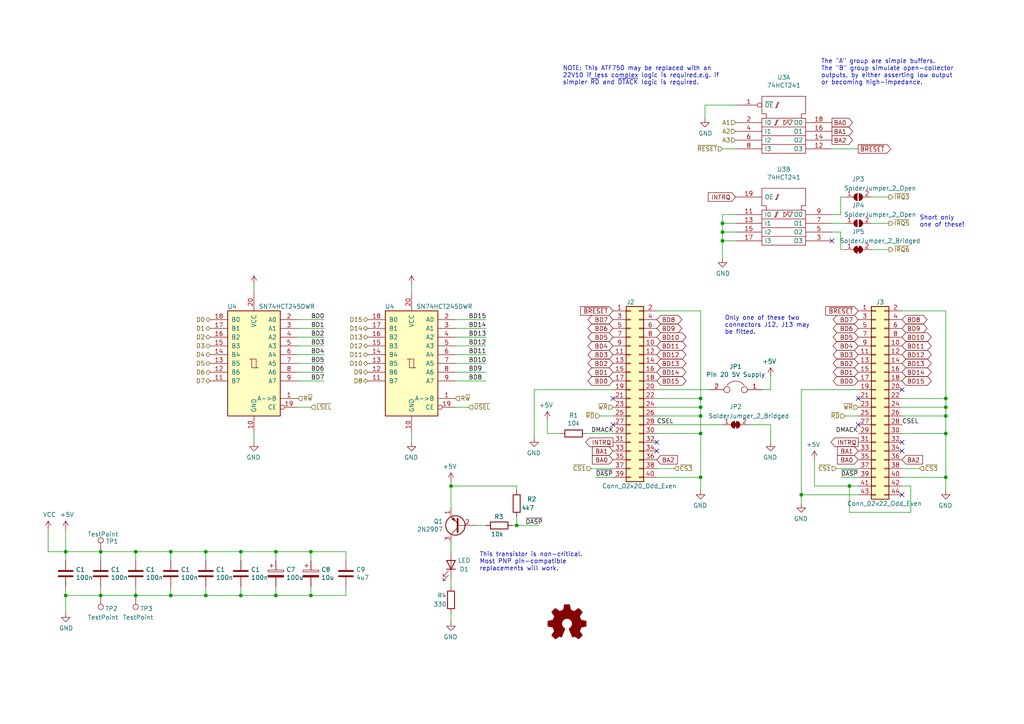
<source format=kicad_sch>
(kicad_sch (version 20230121) (generator eeschema)
  (paper "A4")
  (title_block (title "rosco_m68k Super Board") (date "2024-02-11") (rev "0") (company "The Really Old-School Company Limited & XarkLabs") (comment 1 "Copyright (c)2023") (comment 2 "CERN OHL & MIT License") (comment 3 "Featuring Xosera & MarkM's IDE"))
  (lib_symbols
    (symbol "74xx:74HC245" (pin_names (offset 1.016))
      (property "Reference" "U" (at -7.62 16.51 0))
      (property "Value" "74HC245" (at -7.62 -16.51 0))
      (symbol "74HC245_1_0"
        (pin input line (at -12.7 -10.16 0) (length 5.08) (name "A->B") (number "1"))
        (pin power_in line (at 0 -20.32 90) (length 5.08) (name "GND") (number "10"))
        (pin tri_state line (at 12.7 -5.08 180) (length 5.08) (name "B7") (number "11"))
        (pin tri_state line (at 12.7 -2.54 180) (length 5.08) (name "B6") (number "12"))
        (pin tri_state line (at 12.7 0 180) (length 5.08) (name "B5") (number "13"))
        (pin tri_state line (at 12.7 2.54 180) (length 5.08) (name "B4") (number "14"))
        (pin tri_state line (at 12.7 5.08 180) (length 5.08) (name "B3") (number "15"))
        (pin tri_state line (at 12.7 7.62 180) (length 5.08) (name "B2") (number "16"))
        (pin tri_state line (at 12.7 10.16 180) (length 5.08) (name "B1") (number "17"))
        (pin tri_state line (at 12.7 12.7 180) (length 5.08) (name "B0") (number "18"))
        (pin input inverted (at -12.7 -12.7 0) (length 5.08) (name "CE") (number "19"))
        (pin tri_state line (at -12.7 12.7 0) (length 5.08) (name "A0") (number "2"))
        (pin power_in line (at 0 20.32 270) (length 5.08) (name "VCC") (number "20"))
        (pin tri_state line (at -12.7 10.16 0) (length 5.08) (name "A1") (number "3"))
        (pin tri_state line (at -12.7 7.62 0) (length 5.08) (name "A2") (number "4"))
        (pin tri_state line (at -12.7 5.08 0) (length 5.08) (name "A3") (number "5"))
        (pin tri_state line (at -12.7 2.54 0) (length 5.08) (name "A4") (number "6"))
        (pin tri_state line (at -12.7 0 0) (length 5.08) (name "A5") (number "7"))
        (pin tri_state line (at -12.7 -2.54 0) (length 5.08) (name "A6") (number "8"))
        (pin tri_state line (at -12.7 -5.08 0) (length 5.08) (name "A7") (number "9"))
      )
    )
    (symbol "Connector:TestPoint" (pin_numbers hide) (pin_names (offset 0.762) hide)
      (property "Reference" "TP" (at 0 6.858 0))
      (property "Value" "TestPoint" (at 0 5.08 0))
      (symbol "TestPoint_1_1"
        (pin passive line (at 0 0 90) (length 2.54) (name "1") (number "1"))
      )
    )
    (symbol "Connector_Generic:Conn_02x20_Odd_Even" (pin_names (offset 1.016) hide)
      (property "Reference" "J" (at 1.27 25.4 0))
      (property "Value" "Conn_02x20_Odd_Even" (at 1.27 -27.94 0))
      (symbol "Conn_02x20_Odd_Even_1_1"
        (pin passive line (at -5.08 22.86 0) (length 3.81) (name "Pin_1") (number "1"))
        (pin passive line (at 7.62 12.7 180) (length 3.81) (name "Pin_10") (number "10"))
        (pin passive line (at -5.08 10.16 0) (length 3.81) (name "Pin_11") (number "11"))
        (pin passive line (at 7.62 10.16 180) (length 3.81) (name "Pin_12") (number "12"))
        (pin passive line (at -5.08 7.62 0) (length 3.81) (name "Pin_13") (number "13"))
        (pin passive line (at 7.62 7.62 180) (length 3.81) (name "Pin_14") (number "14"))
        (pin passive line (at -5.08 5.08 0) (length 3.81) (name "Pin_15") (number "15"))
        (pin passive line (at 7.62 5.08 180) (length 3.81) (name "Pin_16") (number "16"))
        (pin passive line (at -5.08 2.54 0) (length 3.81) (name "Pin_17") (number "17"))
        (pin passive line (at 7.62 2.54 180) (length 3.81) (name "Pin_18") (number "18"))
        (pin passive line (at -5.08 0 0) (length 3.81) (name "Pin_19") (number "19"))
        (pin passive line (at 7.62 22.86 180) (length 3.81) (name "Pin_2") (number "2"))
        (pin passive line (at 7.62 0 180) (length 3.81) (name "Pin_20") (number "20"))
        (pin passive line (at -5.08 -2.54 0) (length 3.81) (name "Pin_21") (number "21"))
        (pin passive line (at 7.62 -2.54 180) (length 3.81) (name "Pin_22") (number "22"))
        (pin passive line (at -5.08 -5.08 0) (length 3.81) (name "Pin_23") (number "23"))
        (pin passive line (at 7.62 -5.08 180) (length 3.81) (name "Pin_24") (number "24"))
        (pin passive line (at -5.08 -7.62 0) (length 3.81) (name "Pin_25") (number "25"))
        (pin passive line (at 7.62 -7.62 180) (length 3.81) (name "Pin_26") (number "26"))
        (pin passive line (at -5.08 -10.16 0) (length 3.81) (name "Pin_27") (number "27"))
        (pin passive line (at 7.62 -10.16 180) (length 3.81) (name "Pin_28") (number "28"))
        (pin passive line (at -5.08 -12.7 0) (length 3.81) (name "Pin_29") (number "29"))
        (pin passive line (at -5.08 20.32 0) (length 3.81) (name "Pin_3") (number "3"))
        (pin passive line (at 7.62 -12.7 180) (length 3.81) (name "Pin_30") (number "30"))
        (pin passive line (at -5.08 -15.24 0) (length 3.81) (name "Pin_31") (number "31"))
        (pin passive line (at 7.62 -15.24 180) (length 3.81) (name "Pin_32") (number "32"))
        (pin passive line (at -5.08 -17.78 0) (length 3.81) (name "Pin_33") (number "33"))
        (pin passive line (at 7.62 -17.78 180) (length 3.81) (name "Pin_34") (number "34"))
        (pin passive line (at -5.08 -20.32 0) (length 3.81) (name "Pin_35") (number "35"))
        (pin passive line (at 7.62 -20.32 180) (length 3.81) (name "Pin_36") (number "36"))
        (pin passive line (at -5.08 -22.86 0) (length 3.81) (name "Pin_37") (number "37"))
        (pin passive line (at 7.62 -22.86 180) (length 3.81) (name "Pin_38") (number "38"))
        (pin passive line (at -5.08 -25.4 0) (length 3.81) (name "Pin_39") (number "39"))
        (pin passive line (at 7.62 20.32 180) (length 3.81) (name "Pin_4") (number "4"))
        (pin passive line (at 7.62 -25.4 180) (length 3.81) (name "Pin_40") (number "40"))
        (pin passive line (at -5.08 17.78 0) (length 3.81) (name "Pin_5") (number "5"))
        (pin passive line (at 7.62 17.78 180) (length 3.81) (name "Pin_6") (number "6"))
        (pin passive line (at -5.08 15.24 0) (length 3.81) (name "Pin_7") (number "7"))
        (pin passive line (at 7.62 15.24 180) (length 3.81) (name "Pin_8") (number "8"))
        (pin passive line (at -5.08 12.7 0) (length 3.81) (name "Pin_9") (number "9"))
      )
    )
    (symbol "Connector_Generic:Conn_02x22_Odd_Even" (pin_names (offset 1.016) hide)
      (property "Reference" "J" (at 1.27 27.94 0))
      (property "Value" "Conn_02x22_Odd_Even" (at 1.27 -30.48 0))
      (symbol "Conn_02x22_Odd_Even_1_1"
        (pin passive line (at -5.08 25.4 0) (length 3.81) (name "Pin_1") (number "1"))
        (pin passive line (at 7.62 15.24 180) (length 3.81) (name "Pin_10") (number "10"))
        (pin passive line (at -5.08 12.7 0) (length 3.81) (name "Pin_11") (number "11"))
        (pin passive line (at 7.62 12.7 180) (length 3.81) (name "Pin_12") (number "12"))
        (pin passive line (at -5.08 10.16 0) (length 3.81) (name "Pin_13") (number "13"))
        (pin passive line (at 7.62 10.16 180) (length 3.81) (name "Pin_14") (number "14"))
        (pin passive line (at -5.08 7.62 0) (length 3.81) (name "Pin_15") (number "15"))
        (pin passive line (at 7.62 7.62 180) (length 3.81) (name "Pin_16") (number "16"))
        (pin passive line (at -5.08 5.08 0) (length 3.81) (name "Pin_17") (number "17"))
        (pin passive line (at 7.62 5.08 180) (length 3.81) (name "Pin_18") (number "18"))
        (pin passive line (at -5.08 2.54 0) (length 3.81) (name "Pin_19") (number "19"))
        (pin passive line (at 7.62 25.4 180) (length 3.81) (name "Pin_2") (number "2"))
        (pin passive line (at 7.62 2.54 180) (length 3.81) (name "Pin_20") (number "20"))
        (pin passive line (at -5.08 0 0) (length 3.81) (name "Pin_21") (number "21"))
        (pin passive line (at 7.62 0 180) (length 3.81) (name "Pin_22") (number "22"))
        (pin passive line (at -5.08 -2.54 0) (length 3.81) (name "Pin_23") (number "23"))
        (pin passive line (at 7.62 -2.54 180) (length 3.81) (name "Pin_24") (number "24"))
        (pin passive line (at -5.08 -5.08 0) (length 3.81) (name "Pin_25") (number "25"))
        (pin passive line (at 7.62 -5.08 180) (length 3.81) (name "Pin_26") (number "26"))
        (pin passive line (at -5.08 -7.62 0) (length 3.81) (name "Pin_27") (number "27"))
        (pin passive line (at 7.62 -7.62 180) (length 3.81) (name "Pin_28") (number "28"))
        (pin passive line (at -5.08 -10.16 0) (length 3.81) (name "Pin_29") (number "29"))
        (pin passive line (at -5.08 22.86 0) (length 3.81) (name "Pin_3") (number "3"))
        (pin passive line (at 7.62 -10.16 180) (length 3.81) (name "Pin_30") (number "30"))
        (pin passive line (at -5.08 -12.7 0) (length 3.81) (name "Pin_31") (number "31"))
        (pin passive line (at 7.62 -12.7 180) (length 3.81) (name "Pin_32") (number "32"))
        (pin passive line (at -5.08 -15.24 0) (length 3.81) (name "Pin_33") (number "33"))
        (pin passive line (at 7.62 -15.24 180) (length 3.81) (name "Pin_34") (number "34"))
        (pin passive line (at -5.08 -17.78 0) (length 3.81) (name "Pin_35") (number "35"))
        (pin passive line (at 7.62 -17.78 180) (length 3.81) (name "Pin_36") (number "36"))
        (pin passive line (at -5.08 -20.32 0) (length 3.81) (name "Pin_37") (number "37"))
        (pin passive line (at 7.62 -20.32 180) (length 3.81) (name "Pin_38") (number "38"))
        (pin passive line (at -5.08 -22.86 0) (length 3.81) (name "Pin_39") (number "39"))
        (pin passive line (at 7.62 22.86 180) (length 3.81) (name "Pin_4") (number "4"))
        (pin passive line (at 7.62 -22.86 180) (length 3.81) (name "Pin_40") (number "40"))
        (pin passive line (at -5.08 -25.4 0) (length 3.81) (name "Pin_41") (number "41"))
        (pin passive line (at 7.62 -25.4 180) (length 3.81) (name "Pin_42") (number "42"))
        (pin passive line (at -5.08 -27.94 0) (length 3.81) (name "Pin_43") (number "43"))
        (pin passive line (at 7.62 -27.94 180) (length 3.81) (name "Pin_44") (number "44"))
        (pin passive line (at -5.08 20.32 0) (length 3.81) (name "Pin_5") (number "5"))
        (pin passive line (at 7.62 20.32 180) (length 3.81) (name "Pin_6") (number "6"))
        (pin passive line (at -5.08 17.78 0) (length 3.81) (name "Pin_7") (number "7"))
        (pin passive line (at 7.62 17.78 180) (length 3.81) (name "Pin_8") (number "8"))
        (pin passive line (at -5.08 15.24 0) (length 3.81) (name "Pin_9") (number "9"))
      )
    )
    (symbol "Device:C" (pin_numbers hide) (pin_names (offset 0.254))
      (property "Reference" "C" (at 0.635 2.54 0))
      (property "Value" "C" (at 0.635 -2.54 0))
      (symbol "C_1_1"
        (pin passive line (at 0 3.81 270) (length 2.794) (name "~") (number "1"))
        (pin passive line (at 0 -3.81 90) (length 2.794) (name "~") (number "2"))
      )
    )
    (symbol "Device:C_Polarized" (pin_numbers hide) (pin_names (offset 0.254))
      (property "Reference" "C" (at 0.635 2.54 0))
      (property "Value" "C_Polarized" (at 0.635 -2.54 0))
      (symbol "C_Polarized_1_1"
        (pin passive line (at 0 3.81 270) (length 2.794) (name "~") (number "1"))
        (pin passive line (at 0 -3.81 90) (length 2.794) (name "~") (number "2"))
      )
    )
    (symbol "Device:LED" (pin_numbers hide) (pin_names (offset 1.016) hide)
      (property "Reference" "D" (at 0 2.54 0))
      (property "Value" "LED" (at 0 -2.54 0))
      (symbol "LED_1_1"
        (pin passive line (at -3.81 0 0) (length 2.54) (name "K") (number "1"))
        (pin passive line (at 3.81 0 180) (length 2.54) (name "A") (number "2"))
      )
    )
    (symbol "Device:Q_PNP_EBC" (pin_names (offset 0) hide)
      (property "Reference" "Q" (at 5.08 1.27 0))
      (property "Value" "Q_PNP_EBC" (at 5.08 -1.27 0))
      (symbol "Q_PNP_EBC_1_1"
        (pin passive line (at 2.54 -5.08 90) (length 2.54) (name "E") (number "1"))
        (pin input line (at -5.08 0 0) (length 5.715) (name "B") (number "2"))
        (pin passive line (at 2.54 5.08 270) (length 2.54) (name "C") (number "3"))
      )
    )
    (symbol "Device:R" (pin_numbers hide) (pin_names (offset 0))
      (property "Reference" "R" (at 2.032 0 90))
      (property "Value" "R" (at 0 0 90))
      (symbol "R_1_1"
        (pin passive line (at 0 3.81 270) (length 1.27) (name "~") (number "1"))
        (pin passive line (at 0 -3.81 90) (length 1.27) (name "~") (number "2"))
      )
    )
    (symbol "Graphic:Logo_Open_Hardware_Small" (in_bom no) (on_board no))
    (symbol "Jumper:SolderJumper_2_Bridged" (pin_names (offset 0) hide)
      (property "Reference" "JP" (at 0 2.032 0))
      (property "Value" "SolderJumper_2_Bridged" (at 0 -2.54 0))
      (symbol "SolderJumper_2_Bridged_1_1"
        (pin passive line (at -3.81 0 0) (length 2.54) (name "A") (number "1"))
        (pin passive line (at 3.81 0 180) (length 2.54) (name "B") (number "2"))
      )
    )
    (symbol "Jumper:SolderJumper_2_Open" (pin_names (offset 0) hide)
      (property "Reference" "JP" (at 0 2.032 0))
      (property "Value" "SolderJumper_2_Open" (at 0 -2.54 0))
      (symbol "SolderJumper_2_Open_1_1"
        (pin passive line (at -3.81 0 0) (length 2.54) (name "A") (number "1"))
        (pin passive line (at 3.81 0 180) (length 2.54) (name "B") (number "2"))
      )
    )
    (symbol "ata-ide-rescue:74LS241-74xx_IEEE" (pin_names (offset 0.762))
      (property "Reference" "U" (at 8.89 10.16 0))
      (property "Value" "74LS241-74xx_IEEE" (at 6.35 -7.62 0))
      (symbol "74LS241-74xx_IEEE_0_0"
        (pin power_in line (at 1.27 10.16 270) (length 0) hide (name "GND") (number "10"))
        (pin power_in line (at 5.08 10.16 270) (length 0) hide (name "VCC") (number "20"))
      )
      (symbol "74LS241-74xx_IEEE_1_1"
        (pin input inverted (at -13.97 7.62 0) (length 7.62) (name "~{OE}") (number "1"))
        (pin tri_state line (at 13.97 -5.08 180) (length 7.62) (name "O3") (number "12"))
        (pin tri_state line (at 13.97 -2.54 180) (length 7.62) (name "O2") (number "14"))
        (pin tri_state line (at 13.97 0 180) (length 7.62) (name "O1") (number "16"))
        (pin tri_state line (at 13.97 2.54 180) (length 7.62) (name "O0") (number "18"))
        (pin input line (at -13.97 2.54 0) (length 7.62) (name "I0") (number "2"))
        (pin input line (at -13.97 0 0) (length 7.62) (name "I1") (number "4"))
        (pin input line (at -13.97 -2.54 0) (length 7.62) (name "I2") (number "6"))
        (pin input line (at -13.97 -5.08 0) (length 7.62) (name "I3") (number "8"))
      )
      (symbol "74LS241-74xx_IEEE_2_1"
        (pin input line (at -13.97 2.54 0) (length 7.62) (name "I0") (number "11"))
        (pin input line (at -13.97 0 0) (length 7.62) (name "I1") (number "13"))
        (pin input line (at -13.97 -2.54 0) (length 7.62) (name "I2") (number "15"))
        (pin input line (at -13.97 -5.08 0) (length 7.62) (name "I3") (number "17"))
        (pin input line (at -13.97 7.62 0) (length 7.62) (name "OE") (number "19"))
        (pin tri_state line (at 13.97 -5.08 180) (length 7.62) (name "O3") (number "3"))
        (pin tri_state line (at 13.97 -2.54 180) (length 7.62) (name "O2") (number "5"))
        (pin tri_state line (at 13.97 0 180) (length 7.62) (name "O1") (number "7"))
        (pin tri_state line (at 13.97 2.54 180) (length 7.62) (name "O0") (number "9"))
      )
    )
    (symbol "ata-ide-rescue:Jumper-Device" (pin_names (offset 0.762) hide)
      (property "Reference" "JP" (at 0 3.81 0))
      (property "Value" "Device_Jumper" (at 0 -2.032 0))
      (symbol "Jumper-Device_0_1"
        (pin passive line (at -7.62 0 0) (length 4.191) (name "1") (number "1"))
        (pin passive line (at 7.62 0 180) (length 4.191) (name "2") (number "2"))
      )
    )
    (symbol "power:+5V" (power) (pin_names (offset 0))
      (property "Value" "+5V" (at 0 3.556 0))
      (symbol "+5V_1_1"
        (pin power_in line (at 0 0 90) (length 0) hide (name "+5V") (number "1"))
      )
    )
    (symbol "power:GND" (power) (pin_names (offset 0))
      (property "Value" "GND" (at 0 -3.81 0))
      (symbol "GND_1_1"
        (pin power_in line (at 0 0 270) (length 0) hide (name "GND") (number "1"))
      )
    )
    (symbol "power:VCC" (power) (pin_names (offset 0))
      (property "Value" "VCC" (at 0 3.81 0))
      (symbol "VCC_1_1"
        (pin power_in line (at 0 0 90) (length 0) hide (name "VCC") (number "1"))
      )
    )
  )
  (junction (at 59.69 160.02))
  (junction (at 90.17 160.02))
  (junction (at 203.2 120.65))
  (junction (at 274.32 115.57))
  (junction (at 209.55 67.31))
  (junction (at 29.21 172.72))
  (junction (at 203.2 118.11))
  (junction (at 59.69 172.72))
  (junction (at 49.53 160.02))
  (junction (at 29.21 160.02))
  (junction (at 49.53 172.72))
  (junction (at 19.05 160.02))
  (junction (at 39.37 172.72))
  (junction (at 209.55 69.85))
  (junction (at 130.81 140.97))
  (junction (at 39.37 160.02))
  (junction (at 209.55 64.77))
  (junction (at 203.2 115.57))
  (junction (at 203.2 125.73))
  (junction (at 149.86 152.4))
  (junction (at 69.85 172.72))
  (junction (at 69.85 160.02))
  (junction (at 246.38 140.97))
  (junction (at 274.32 138.43))
  (junction (at 80.01 172.72))
  (junction (at 80.01 160.02))
  (junction (at 90.17 172.72))
  (junction (at 274.32 125.73))
  (junction (at 19.05 172.72))
  (junction (at 274.32 120.65))
  (junction (at 232.41 143.51))
  (junction (at 274.32 118.11))
  (junction (at 203.2 138.43))
  (no_connect (at 261.62 130.81))
  (no_connect (at 190.5 130.81))
  (no_connect (at 248.92 115.57))
  (no_connect (at 248.92 123.19))
  (no_connect (at 261.62 143.51))
  (no_connect (at 261.62 113.03))
  (no_connect (at 190.5 128.27))
  (no_connect (at 177.8 123.19))
  (no_connect (at 261.62 128.27))
  (no_connect (at 177.8 115.57))
  (no_connect (at 241.3 69.85))
  (wire (pts (xy 252.73 64.77) (xy 257.81 64.77)))
  (wire (pts (xy 261.62 135.89) (xy 266.7 135.89)))
  (wire (pts (xy 190.5 118.11) (xy 203.2 118.11)))
  (wire (pts (xy 261.62 125.73) (xy 274.32 125.73)))
  (wire (pts (xy 241.3 64.77) (xy 245.11 64.77)))
  (wire (pts (xy 49.53 172.72) (xy 49.53 170.18)))
  (wire (pts (xy 245.11 120.65) (xy 248.92 120.65)))
  (wire (pts (xy 69.85 160.02) (xy 80.01 160.02)))
  (wire (pts (xy 132.08 118.11) (xy 135.89 118.11)))
  (wire (pts (xy 119.38 125.73) (xy 119.38 128.27)))
  (wire (pts (xy 241.3 67.31) (xy 243.84 67.31)))
  (wire (pts (xy 59.69 172.72) (xy 59.69 170.18)))
  (wire (pts (xy 274.32 120.65) (xy 274.32 125.73)))
  (wire (pts (xy 149.86 149.86) (xy 149.86 152.4)))
  (wire (pts (xy 223.52 109.22) (xy 223.52 113.03)))
  (wire (pts (xy 132.08 92.71) (xy 140.97 92.71)))
  (wire (pts (xy 203.2 138.43) (xy 203.2 142.24)))
  (wire (pts (xy 39.37 160.02) (xy 49.53 160.02)))
  (wire (pts (xy 86.36 100.33) (xy 93.98 100.33)))
  (wire (pts (xy 243.84 57.15) (xy 245.11 57.15)))
  (wire (pts (xy 190.5 120.65) (xy 203.2 120.65)))
  (wire (pts (xy 232.41 143.51) (xy 232.41 146.05)))
  (wire (pts (xy 130.81 139.7) (xy 130.81 140.97)))
  (wire (pts (xy 213.36 69.85) (xy 209.55 69.85)))
  (wire (pts (xy 209.55 69.85) (xy 209.55 74.93)))
  (wire (pts (xy 162.56 125.73) (xy 158.75 125.73)))
  (wire (pts (xy 236.22 140.97) (xy 246.38 140.97)))
  (wire (pts (xy 132.08 110.49) (xy 140.97 110.49)))
  (wire (pts (xy 19.05 172.72) (xy 29.21 172.72)))
  (wire (pts (xy 241.3 43.18) (xy 248.92 43.18)))
  (wire (pts (xy 100.33 170.18) (xy 100.33 172.72)))
  (wire (pts (xy 274.32 138.43) (xy 274.32 125.73)))
  (wire (pts (xy 246.38 140.97) (xy 248.92 140.97)))
  (wire (pts (xy 132.08 95.25) (xy 140.97 95.25)))
  (wire (pts (xy 19.05 153.67) (xy 19.05 160.02)))
  (wire (pts (xy 242.57 135.89) (xy 248.92 135.89)))
  (wire (pts (xy 86.36 118.11) (xy 90.17 118.11)))
  (wire (pts (xy 274.32 120.65) (xy 274.32 118.11)))
  (wire (pts (xy 248.92 113.03) (xy 232.41 113.03)))
  (wire (pts (xy 243.84 138.43) (xy 248.92 138.43)))
  (wire (pts (xy 149.86 152.4) (xy 156.21 152.4)))
  (wire (pts (xy 264.16 140.97) (xy 261.62 140.97)))
  (wire (pts (xy 80.01 172.72) (xy 90.17 172.72)))
  (wire (pts (xy 13.97 160.02) (xy 19.05 160.02)))
  (wire (pts (xy 243.84 72.39) (xy 245.11 72.39)))
  (wire (pts (xy 217.17 123.19) (xy 223.52 123.19)))
  (wire (pts (xy 19.05 172.72) (xy 19.05 177.8)))
  (wire (pts (xy 246.38 140.97) (xy 246.38 148.59)))
  (wire (pts (xy 39.37 172.72) (xy 39.37 170.18)))
  (wire (pts (xy 90.17 160.02) (xy 90.17 162.56)))
  (wire (pts (xy 86.36 107.95) (xy 93.98 107.95)))
  (wire (pts (xy 130.81 140.97) (xy 130.81 147.32)))
  (wire (pts (xy 190.5 123.19) (xy 209.55 123.19)))
  (wire (pts (xy 119.38 82.55) (xy 119.38 85.09)))
  (wire (pts (xy 80.01 160.02) (xy 80.01 162.56)))
  (wire (pts (xy 29.21 172.72) (xy 29.21 170.18)))
  (wire (pts (xy 274.32 138.43) (xy 274.32 142.24)))
  (wire (pts (xy 49.53 160.02) (xy 49.53 162.56)))
  (wire (pts (xy 19.05 170.18) (xy 19.05 172.72)))
  (wire (pts (xy 213.36 62.23) (xy 209.55 62.23)))
  (wire (pts (xy 13.97 153.67) (xy 13.97 160.02)))
  (wire (pts (xy 209.55 67.31) (xy 209.55 69.85)))
  (wire (pts (xy 190.5 135.89) (xy 195.58 135.89)))
  (wire (pts (xy 177.8 113.03) (xy 154.94 113.03)))
  (wire (pts (xy 149.86 140.97) (xy 149.86 142.24)))
  (wire (pts (xy 130.81 167.64) (xy 130.81 170.18)))
  (wire (pts (xy 190.5 138.43) (xy 203.2 138.43)))
  (wire (pts (xy 203.2 120.65) (xy 203.2 118.11)))
  (wire (pts (xy 86.36 97.79) (xy 93.98 97.79)))
  (wire (pts (xy 261.62 120.65) (xy 274.32 120.65)))
  (wire (pts (xy 261.62 138.43) (xy 274.32 138.43)))
  (wire (pts (xy 173.99 120.65) (xy 177.8 120.65)))
  (wire (pts (xy 243.84 67.31) (xy 243.84 72.39)))
  (wire (pts (xy 203.2 138.43) (xy 203.2 125.73)))
  (wire (pts (xy 132.08 107.95) (xy 140.97 107.95)))
  (wire (pts (xy 80.01 172.72) (xy 80.01 170.18)))
  (wire (pts (xy 246.38 148.59) (xy 264.16 148.59)))
  (wire (pts (xy 19.05 160.02) (xy 29.21 160.02)))
  (wire (pts (xy 171.45 135.89) (xy 177.8 135.89)))
  (wire (pts (xy 274.32 118.11) (xy 274.32 115.57)))
  (wire (pts (xy 73.66 125.73) (xy 73.66 128.27)))
  (wire (pts (xy 158.75 121.92) (xy 158.75 125.73)))
  (wire (pts (xy 86.36 102.87) (xy 93.98 102.87)))
  (wire (pts (xy 223.52 113.03) (xy 220.98 113.03)))
  (wire (pts (xy 203.2 115.57) (xy 203.2 90.17)))
  (wire (pts (xy 39.37 172.72) (xy 49.53 172.72)))
  (wire (pts (xy 204.47 30.48) (xy 204.47 34.29)))
  (wire (pts (xy 29.21 160.02) (xy 39.37 160.02)))
  (wire (pts (xy 132.08 97.79) (xy 140.97 97.79)))
  (wire (pts (xy 130.81 177.8) (xy 130.81 180.34)))
  (wire (pts (xy 39.37 160.02) (xy 39.37 162.56)))
  (wire (pts (xy 264.16 148.59) (xy 264.16 140.97)))
  (wire (pts (xy 100.33 172.72) (xy 90.17 172.72)))
  (wire (pts (xy 19.05 160.02) (xy 19.05 162.56)))
  (wire (pts (xy 59.69 160.02) (xy 59.69 162.56)))
  (wire (pts (xy 90.17 172.72) (xy 90.17 170.18)))
  (wire (pts (xy 248.92 143.51) (xy 232.41 143.51)))
  (wire (pts (xy 241.3 62.23) (xy 243.84 62.23)))
  (wire (pts (xy 130.81 140.97) (xy 149.86 140.97)))
  (wire (pts (xy 236.22 133.35) (xy 236.22 140.97)))
  (wire (pts (xy 223.52 123.19) (xy 223.52 128.27)))
  (wire (pts (xy 209.55 62.23) (xy 209.55 64.77)))
  (wire (pts (xy 29.21 172.72) (xy 39.37 172.72)))
  (wire (pts (xy 252.73 57.15) (xy 257.81 57.15)))
  (wire (pts (xy 130.81 157.48) (xy 130.81 160.02)))
  (wire (pts (xy 203.2 90.17) (xy 190.5 90.17)))
  (wire (pts (xy 209.55 64.77) (xy 209.55 67.31)))
  (wire (pts (xy 154.94 113.03) (xy 154.94 127)))
  (wire (pts (xy 213.36 67.31) (xy 209.55 67.31)))
  (wire (pts (xy 252.73 72.39) (xy 257.81 72.39)))
  (wire (pts (xy 190.5 125.73) (xy 203.2 125.73)))
  (wire (pts (xy 69.85 172.72) (xy 69.85 170.18)))
  (wire (pts (xy 232.41 113.03) (xy 232.41 143.51)))
  (wire (pts (xy 132.08 100.33) (xy 140.97 100.33)))
  (wire (pts (xy 86.36 105.41) (xy 93.98 105.41)))
  (wire (pts (xy 86.36 110.49) (xy 93.98 110.49)))
  (wire (pts (xy 86.36 95.25) (xy 93.98 95.25)))
  (wire (pts (xy 69.85 160.02) (xy 69.85 162.56)))
  (wire (pts (xy 86.36 92.71) (xy 93.98 92.71)))
  (wire (pts (xy 90.17 160.02) (xy 100.33 160.02)))
  (wire (pts (xy 132.08 105.41) (xy 140.97 105.41)))
  (wire (pts (xy 73.66 82.55) (xy 73.66 85.09)))
  (wire (pts (xy 243.84 62.23) (xy 243.84 57.15)))
  (wire (pts (xy 49.53 172.72) (xy 59.69 172.72)))
  (wire (pts (xy 132.08 102.87) (xy 140.97 102.87)))
  (wire (pts (xy 49.53 160.02) (xy 59.69 160.02)))
  (wire (pts (xy 190.5 115.57) (xy 203.2 115.57)))
  (wire (pts (xy 172.72 138.43) (xy 177.8 138.43)))
  (wire (pts (xy 261.62 118.11) (xy 274.32 118.11)))
  (wire (pts (xy 100.33 160.02) (xy 100.33 162.56)))
  (wire (pts (xy 80.01 160.02) (xy 90.17 160.02)))
  (wire (pts (xy 274.32 115.57) (xy 274.32 90.17)))
  (wire (pts (xy 209.55 43.18) (xy 213.36 43.18)))
  (wire (pts (xy 59.69 160.02) (xy 69.85 160.02)))
  (wire (pts (xy 140.97 152.4) (xy 138.43 152.4)))
  (wire (pts (xy 59.69 172.72) (xy 69.85 172.72)))
  (wire (pts (xy 203.2 118.11) (xy 203.2 115.57)))
  (wire (pts (xy 213.36 64.77) (xy 209.55 64.77)))
  (wire (pts (xy 261.62 115.57) (xy 274.32 115.57)))
  (wire (pts (xy 203.2 120.65) (xy 203.2 125.73)))
  (wire (pts (xy 69.85 172.72) (xy 80.01 172.72)))
  (wire (pts (xy 205.74 113.03) (xy 190.5 113.03)))
  (wire (pts (xy 29.21 160.02) (xy 29.21 162.56)))
  (wire (pts (xy 148.59 152.4) (xy 149.86 152.4)))
  (wire (pts (xy 274.32 90.17) (xy 261.62 90.17)))
  (wire (pts (xy 213.36 30.48) (xy 204.47 30.48)))
  (wire (pts (xy 170.18 125.73) (xy 177.8 125.73)))
  (text "NOTE: This ATF750 may be replaced with an\n22V10 if less complex logic is required,e.g. if\nsimpler ~{RD} and ~{DTACK} logic is required." (at 163.195 24.765 0) (effects (font (size 1.27 1.27)) (justify left bottom)))
  (text "This transistor is non-critical.\nMost PNP pin-compatible\nreplacements will work." (at 139.065 165.735 0) (effects (font (size 1.27 1.27)) (justify left bottom)))
  (text "Only one of these two\nconnectors J12, J13 may\nbe fitted." (at 210.185 97.155 0) (effects (font (size 1.27 1.27)) (justify left bottom)))
  (text "Short only\none of these!" (at 266.7 66.04 0) (effects (font (size 1.27 1.27)) (justify left bottom)))
  (text "The \"A\" group are simple buffers.\nThe \"B\" group simulate open-collector\noutputs, by either asserting low output\nor becoming high-impedance." (at 238.125 24.765 0) (effects (font (size 1.27 1.27)) (justify left bottom)))
  (label "BD10" (at 135.89 105.41 0))
  (label "BD12" (at 135.89 100.33 0))
  (label "BD4" (at 90.17 102.87 0))
  (label "BD1" (at 90.17 95.25 0))
  (label "BD11" (at 135.89 102.87 0))
  (label "DMACK" (at 171.45 125.73 0))
  (label "BD2" (at 90.17 97.79 0))
  (label "BD3" (at 90.17 100.33 0))
  (label "DMACK" (at 248.92 125.73 180))
  (label "BD13" (at 135.89 97.79 0))
  (label "BD6" (at 90.17 107.95 0))
  (label "BD7" (at 90.17 110.49 0))
  (label "BD15" (at 135.89 92.71 0))
  (label "BD5" (at 90.17 105.41 0))
  (label "CSEL" (at 261.62 123.19 0))
  (label "BD8" (at 135.89 110.49 0))
  (label "BD14" (at 135.89 95.25 0))
  (label "CSEL" (at 190.5 123.19 0))
  (label "~{DASP}" (at 248.92 138.43 180))
  (label "~{DASP}" (at 152.4 152.4 0))
  (label "BD0" (at 90.17 92.71 0))
  (label "~{DASP}" (at 177.8 138.43 180))
  (label "BD9" (at 135.89 107.95 0))
  (global_label "BA2" (shape input) (at 190.5 133.35 0) (property "Intersheetrefs" "${INTERSHEET_REFS}" (effects hide)))
  (global_label "BD14" (shape bidirectional) (at 190.5 107.95 0) (property "Intersheetrefs" "${INTERSHEET_REFS}" (effects hide)))
  (global_label "BD13" (shape bidirectional) (at 190.5 105.41 0) (property "Intersheetrefs" "${INTERSHEET_REFS}" (effects hide)))
  (global_label "BA0" (shape input) (at 248.92 133.35 180) (property "Intersheetrefs" "${INTERSHEET_REFS}" (effects hide)))
  (global_label "BD11" (shape bidirectional) (at 190.5 100.33 0) (property "Intersheetrefs" "${INTERSHEET_REFS}" (effects hide)))
  (global_label "BD3" (shape bidirectional) (at 248.92 102.87 180) (property "Intersheetrefs" "${INTERSHEET_REFS}" (effects hide)))
  (global_label "BD0" (shape bidirectional) (at 248.92 110.49 180) (property "Intersheetrefs" "${INTERSHEET_REFS}" (effects hide)))
  (global_label "BA2" (shape output) (at 241.3 40.64 0) (property "Intersheetrefs" "${INTERSHEET_REFS}" (effects hide)))
  (global_label "BD1" (shape bidirectional) (at 248.92 107.95 180) (property "Intersheetrefs" "${INTERSHEET_REFS}" (effects hide)))
  (global_label "BD12" (shape bidirectional) (at 190.5 102.87 0) (property "Intersheetrefs" "${INTERSHEET_REFS}" (effects hide)))
  (global_label "BD7" (shape bidirectional) (at 248.92 92.71 180) (property "Intersheetrefs" "${INTERSHEET_REFS}" (effects hide)))
  (global_label "BA2" (shape input) (at 261.62 133.35 0) (property "Intersheetrefs" "${INTERSHEET_REFS}" (effects hide)))
  (global_label "BD15" (shape bidirectional) (at 190.5 110.49 0) (property "Intersheetrefs" "${INTERSHEET_REFS}" (effects hide)))
  (global_label "BD8" (shape bidirectional) (at 190.5 92.71 0) (property "Intersheetrefs" "${INTERSHEET_REFS}" (effects hide)))
  (global_label "BD10" (shape bidirectional) (at 261.62 97.79 0) (property "Intersheetrefs" "${INTERSHEET_REFS}" (effects hide)))
  (global_label "BA1" (shape input) (at 177.8 130.81 180) (property "Intersheetrefs" "${INTERSHEET_REFS}" (effects hide)))
  (global_label "INTRQ" (shape output) (at 177.8 128.27 180) (property "Intersheetrefs" "${INTERSHEET_REFS}" (effects hide)))
  (global_label "~{BRESET}" (shape input) (at 177.8 90.17 180) (property "Intersheetrefs" "${INTERSHEET_REFS}" (effects hide)))
  (global_label "BD15" (shape bidirectional) (at 261.62 110.49 0) (property "Intersheetrefs" "${INTERSHEET_REFS}" (effects hide)))
  (global_label "INTRQ" (shape output) (at 248.92 128.27 180) (property "Intersheetrefs" "${INTERSHEET_REFS}" (effects hide)))
  (global_label "BD1" (shape bidirectional) (at 177.8 107.95 180) (property "Intersheetrefs" "${INTERSHEET_REFS}" (effects hide)))
  (global_label "BD5" (shape bidirectional) (at 177.8 97.79 180) (property "Intersheetrefs" "${INTERSHEET_REFS}" (effects hide)))
  (global_label "BD9" (shape bidirectional) (at 261.62 95.25 0) (property "Intersheetrefs" "${INTERSHEET_REFS}" (effects hide)))
  (global_label "BD4" (shape bidirectional) (at 177.8 100.33 180) (property "Intersheetrefs" "${INTERSHEET_REFS}" (effects hide)))
  (global_label "~{BRESET}" (shape output) (at 248.92 43.18 0) (property "Intersheetrefs" "${INTERSHEET_REFS}" (effects hide)))
  (global_label "BD0" (shape bidirectional) (at 177.8 110.49 180) (property "Intersheetrefs" "${INTERSHEET_REFS}" (effects hide)))
  (global_label "BD11" (shape bidirectional) (at 261.62 100.33 0) (property "Intersheetrefs" "${INTERSHEET_REFS}" (effects hide)))
  (global_label "BD10" (shape bidirectional) (at 190.5 97.79 0) (property "Intersheetrefs" "${INTERSHEET_REFS}" (effects hide)))
  (global_label "BD14" (shape bidirectional) (at 261.62 107.95 0) (property "Intersheetrefs" "${INTERSHEET_REFS}" (effects hide)))
  (global_label "BD2" (shape bidirectional) (at 248.92 105.41 180) (property "Intersheetrefs" "${INTERSHEET_REFS}" (effects hide)))
  (global_label "BA0" (shape output) (at 241.3 35.56 0) (property "Intersheetrefs" "${INTERSHEET_REFS}" (effects hide)))
  (global_label "BD4" (shape bidirectional) (at 248.92 100.33 180) (property "Intersheetrefs" "${INTERSHEET_REFS}" (effects hide)))
  (global_label "BD9" (shape bidirectional) (at 190.5 95.25 0) (property "Intersheetrefs" "${INTERSHEET_REFS}" (effects hide)))
  (global_label "BD2" (shape bidirectional) (at 177.8 105.41 180) (property "Intersheetrefs" "${INTERSHEET_REFS}" (effects hide)))
  (global_label "BD8" (shape bidirectional) (at 261.62 92.71 0) (property "Intersheetrefs" "${INTERSHEET_REFS}" (effects hide)))
  (global_label "BD6" (shape bidirectional) (at 248.92 95.25 180) (property "Intersheetrefs" "${INTERSHEET_REFS}" (effects hide)))
  (global_label "BA1" (shape input) (at 248.92 130.81 180) (property "Intersheetrefs" "${INTERSHEET_REFS}" (effects hide)))
  (global_label "BD13" (shape bidirectional) (at 261.62 105.41 0) (property "Intersheetrefs" "${INTERSHEET_REFS}" (effects hide)))
  (global_label "BD12" (shape bidirectional) (at 261.62 102.87 0) (property "Intersheetrefs" "${INTERSHEET_REFS}" (effects hide)))
  (global_label "BA0" (shape input) (at 177.8 133.35 180) (property "Intersheetrefs" "${INTERSHEET_REFS}" (effects hide)))
  (global_label "BA1" (shape output) (at 241.3 38.1 0) (property "Intersheetrefs" "${INTERSHEET_REFS}" (effects hide)))
  (global_label "INTRQ" (shape input) (at 213.36 57.15 180) (property "Intersheetrefs" "${INTERSHEET_REFS}" (effects hide)))
  (global_label "~{BRESET}" (shape input) (at 248.92 90.17 180) (property "Intersheetrefs" "${INTERSHEET_REFS}" (effects hide)))
  (global_label "BD5" (shape bidirectional) (at 248.92 97.79 180) (property "Intersheetrefs" "${INTERSHEET_REFS}" (effects hide)))
  (global_label "BD7" (shape bidirectional) (at 177.8 92.71 180) (property "Intersheetrefs" "${INTERSHEET_REFS}" (effects hide)))
  (global_label "BD3" (shape bidirectional) (at 177.8 102.87 180) (property "Intersheetrefs" "${INTERSHEET_REFS}" (effects hide)))
  (global_label "BD6" (shape bidirectional) (at 177.8 95.25 180) (property "Intersheetrefs" "${INTERSHEET_REFS}" (effects hide)))
  (hierarchical_label "D8" (shape bidirectional) (at 106.68 110.49 180))
  (hierarchical_label "~{RD}" (shape input) (at 245.11 120.65 180))
  (hierarchical_label "A3" (shape input) (at 213.36 40.64 180))
  (hierarchical_label "D10" (shape bidirectional) (at 106.68 105.41 180))
  (hierarchical_label "D14" (shape bidirectional) (at 106.68 95.25 180))
  (hierarchical_label "~{LSEL}" (shape input) (at 90.17 118.11 0))
  (hierarchical_label "~{IRQ6}" (shape output) (at 257.81 72.39 0))
  (hierarchical_label "A1" (shape input) (at 213.36 35.56 180))
  (hierarchical_label "D9" (shape bidirectional) (at 106.68 107.95 180))
  (hierarchical_label "~{CS1}" (shape input) (at 242.57 135.89 180))
  (hierarchical_label "~{RESET}" (shape input) (at 209.55 43.18 180))
  (hierarchical_label "D5" (shape bidirectional) (at 60.96 105.41 180))
  (hierarchical_label "~{RD}" (shape input) (at 173.99 120.65 180))
  (hierarchical_label "D1" (shape bidirectional) (at 60.96 95.25 180))
  (hierarchical_label "D12" (shape bidirectional) (at 106.68 100.33 180))
  (hierarchical_label "R~{W}" (shape input) (at 132.08 115.57 0))
  (hierarchical_label "R~{W}" (shape input) (at 86.36 115.57 0))
  (hierarchical_label "D13" (shape bidirectional) (at 106.68 97.79 180))
  (hierarchical_label "D11" (shape bidirectional) (at 106.68 102.87 180))
  (hierarchical_label "D4" (shape bidirectional) (at 60.96 102.87 180))
  (hierarchical_label "D2" (shape bidirectional) (at 60.96 97.79 180))
  (hierarchical_label "D6" (shape bidirectional) (at 60.96 107.95 180))
  (hierarchical_label "D7" (shape bidirectional) (at 60.96 110.49 180))
  (hierarchical_label "~{IRQ5}" (shape output) (at 257.81 64.77 0))
  (hierarchical_label "~{CS1}" (shape input) (at 171.45 135.89 180))
  (hierarchical_label "~{CS3}" (shape input) (at 195.58 135.89 0))
  (hierarchical_label "D15" (shape bidirectional) (at 106.68 92.71 180))
  (hierarchical_label "~{USEL}" (shape input) (at 135.89 118.11 0))
  (hierarchical_label "~{WR}" (shape input) (at 248.92 118.11 180))
  (hierarchical_label "D0" (shape bidirectional) (at 60.96 92.71 180))
  (hierarchical_label "~{WR}" (shape input) (at 177.8 118.11 180))
  (hierarchical_label "~{CS3}" (shape input) (at 266.7 135.89 0))
  (hierarchical_label "D3" (shape bidirectional) (at 60.96 100.33 180))
  (hierarchical_label "~{IRQ3}" (shape output) (at 257.81 57.15 0))
  (hierarchical_label "A2" (shape input) (at 213.36 38.1 180))
  (symbol (lib_id "Jumper:SolderJumper_2_Bridged") (at 248.92 72.39 0) (unit 1)
    (property "Reference" "JP5" (at 248.92 67.183 0))
    (property "Value" "SolderJumper_2_Bridged" (at 255.27 69.85 0))
    (property "Footprint" "Jumper:SolderJumper-2_P1.3mm_Bridged_RoundedPad1.0x1.5mm" (effects hide))
    (instances (project "ata-ide" (path "" (reference "JP5") (unit 1))) (project "Xosera2" (path "" (reference "JP7") (unit 1))))
  )
  (symbol (lib_id "ata-ide-rescue:74LS241-74xx_IEEE") (at 227.33 64.77 0) (unit 2)
    (property "Reference" "U3" (at 227.33 49.1236 0))
    (property "Value" "74HCT241" (at 227.33 51.435 0))
    (property "Footprint" "Package_SO:SOIC-20W_7.5x12.8mm_P1.27mm" (effects hide))
    (property "Datasheet" "http://www.ti.com/lit/ds/symlink/sn74ls241.pdf" (effects hide))
    (property "Vendor" "uk.farnell.com 3006090" (effects hide))
    (property "LCSC" "C2860724" (effects hide))
    (instances (project "ata-ide" (path "" (reference "U3") (unit 2))) (project "Xosera2" (path "" (reference "U14") (unit 2))))
  )
  (symbol (lib_id "Connector_Generic:Conn_02x22_Odd_Even") (at 254 115.57 0) (unit 1)
    (property "Reference" "J3" (at 255.27 87.63 0))
    (property "Value" "Conn_02x22_Odd_Even" (at 256.54 146.05 0))
    (property "Footprint" "Pin_Headers:Pin_Header_Straight_2x22_Pitch2.00mm" (effects hide))
    (instances (project "ata-ide" (path "" (reference "J3") (unit 1))) (project "Xosera2" (path "" (reference "J13") (unit 1))))
  )
  (symbol (lib_id "power:VCC") (at 13.97 153.67 0) (unit 1)
    (property "Reference" "#PWR0103" (effects hide))
    (property "Value" "VCC" (at 14.351 149.2758 0))
    (instances (project "ata-ide" (path "" (reference "#PWR0103") (unit 1))) (project "Xosera2" (path "" (reference "#PWR0131") (unit 1))))
  )
  (symbol (lib_id "Connector:TestPoint") (at 39.37 172.72 180) (unit 1)
    (property "Reference" "TP3" (at 40.64 176.53 0) (effects (justify right)))
    (property "Value" "TestPoint" (at 35.56 179.07 0) (effects (justify right)))
    (property "Footprint" "Measurement_Points:Measurement_Point_Round-TH_Big" (effects hide))
    (instances (project "ata-ide" (path "" (reference "TP3") (unit 1))) (project "Xosera2" (path "" (reference "TP24") (unit 1))))
  )
  (symbol (lib_id "Device:R") (at 130.81 173.99 180) (unit 1)
    (property "Reference" "R4" (at 129.54 172.72 0) (effects (justify left)))
    (property "Value" "330" (at 129.54 175.26 0) (effects (justify left)))
    (property "Footprint" "Resistor_SMD:R_0603_1608Metric" (effects hide))
    (instances (project "ata-ide" (path "" (reference "R4") (unit 1))) (project "Xosera2" (path "" (reference "R26") (unit 1))))
  )
  (symbol (lib_id "power:GND") (at 130.81 180.34 0) (mirror y) (unit 1)
    (property "Reference" "#PWR020" (effects hide))
    (property "Value" "GND" (at 130.683 184.7342 0))
    (instances (project "ata-ide" (path "" (reference "#PWR020") (unit 1))) (project "Xosera2" (path "" (reference "#PWR0143") (unit 1))))
  )
  (symbol (lib_id "Device:C_Polarized") (at 90.17 166.37 0) (unit 1)
    (property "Reference" "C8" (at 93.1672 165.2016 0) (effects (justify left)))
    (property "Value" "10u" (at 93.1672 167.513 0) (effects (justify left)))
    (property "Footprint" "Capacitor_SMD:CP_Elec_6.3x5.4" (effects hide))
    (property "LCSC" "C4747963" (effects hide))
    (instances (project "ata-ide" (path "" (reference "C8") (unit 1))) (project "Xosera2" (path "" (reference "C74") (unit 1))))
  )
  (symbol (lib_id "Device:C_Polarized") (at 80.01 166.37 0) (unit 1)
    (property "Reference" "C7" (at 83.0072 165.2016 0) (effects (justify left)))
    (property "Value" "100u" (at 83.0072 167.513 0) (effects (justify left)))
    (property "Footprint" "Capacitor_SMD:CP_Elec_6.3x5.4" (effects hide))
    (property "LCSC" "C4747963" (effects hide))
    (instances (project "ata-ide" (path "" (reference "C7") (unit 1))) (project "Xosera2" (path "" (reference "C73") (unit 1))))
  )
  (symbol (lib_id "Device:R") (at 166.37 125.73 90) (mirror x) (unit 1)
    (property "Reference" "R1" (at 166.37 120.4722 90))
    (property "Value" "10k" (at 166.37 122.7836 90))
    (property "Footprint" "Resistor_SMD:R_0603_1608Metric" (effects hide))
    (instances (project "ata-ide" (path "" (reference "R1") (unit 1))) (project "Xosera2" (path "" (reference "R29") (unit 1))))
  )
  (symbol (lib_id "Device:LED") (at 130.81 163.83 270) (mirror x) (unit 1)
    (property "Reference" "D1" (at 134.62 165.1 90))
    (property "Value" "LED" (at 134.62 162.56 90))
    (property "Footprint" "LED_SMD:LED_0603_1608Metric" (effects hide))
    (property "Datasheet" "http://www.farnell.com/datasheets/1811043.pdf" (effects hide))
    (property "Vendor" " uk.farnellcom 3218450" (effects hide))
    (instances (project "ata-ide" (path "" (reference "D1") (unit 1))) (project "Xosera2" (path "" (reference "D3") (unit 1))))
  )
  (symbol (lib_id "power:+5V") (at 158.75 121.92 0) (mirror y) (unit 1)
    (property "Reference" "#PWR013" (effects hide))
    (property "Value" "+5V" (at 158.369 117.5258 0))
    (instances (project "ata-ide" (path "" (reference "#PWR013") (unit 1))) (project "Xosera2" (path "" (reference "#PWR0145") (unit 1))))
  )
  (symbol (lib_id "power:GND") (at 19.05 177.8 0) (unit 1)
    (property "Reference" "#PWR012" (effects hide))
    (property "Value" "GND" (at 19.177 182.1942 0))
    (instances (project "ata-ide" (path "" (reference "#PWR012") (unit 1))) (project "Xosera2" (path "" (reference "#PWR0133") (unit 1))))
  )
  (symbol (lib_id "power:+5V") (at 223.52 109.22 0) (mirror y) (unit 1)
    (property "Reference" "#PWR011" (effects hide))
    (property "Value" "+5V" (at 223.139 104.8258 0))
    (instances (project "ata-ide" (path "" (reference "#PWR011") (unit 1))) (project "Xosera2" (path "" (reference "#PWR0151") (unit 1))))
  )
  (symbol (lib_id "Connector_Generic:Conn_02x20_Odd_Even") (at 182.88 113.03 0) (unit 1)
    (property "Reference" "J2" (at 182.88 87.63 0))
    (property "Value" "Conn_02x20_Odd_Even" (at 185.42 140.97 0))
    (property "Footprint" "Pin_Headers:Pin_Header_Straight_2x20_Pitch2.54mm" (effects hide))
    (property "Datasheet" "http://www.farnell.com/datasheets/2012759.pdf" (effects hide))
    (property "Vendor" "uk.farnell.com 1106737" (effects hide))
    (instances (project "ata-ide" (path "" (reference "J2") (unit 1))) (project "Xosera2" (path "" (reference "J12") (unit 1))))
  )
  (symbol (lib_id "power:GND") (at 119.38 128.27 0) (mirror y) (unit 1)
    (property "Reference" "#PWR022" (effects hide))
    (property "Value" "GND" (at 119.253 132.6642 0))
    (instances (project "ata-ide" (path "" (reference "#PWR022") (unit 1))) (project "Xosera2" (path "" (reference "#PWR0141") (unit 1))))
  )
  (symbol (lib_id "Jumper:SolderJumper_2_Open") (at 248.92 57.15 0) (unit 1)
    (property "Reference" "JP3" (at 248.92 51.943 0))
    (property "Value" "SolderJumper_2_Open" (at 255.27 54.61 0))
    (property "Footprint" "Jumper:SolderJumper-2_P1.3mm_Open_RoundedPad1.0x1.5mm" (effects hide))
    (instances (project "ata-ide" (path "" (reference "JP3") (unit 1))) (project "Xosera2" (path "" (reference "JP5") (unit 1))))
  )
  (symbol (lib_id "Device:C") (at 69.85 166.37 0) (unit 1)
    (property "Reference" "C1" (at 72.771 165.2016 0) (effects (justify left)))
    (property "Value" "100n" (at 72.771 167.513 0) (effects (justify left)))
    (property "Footprint" "Capacitor_SMD:C_0402_1005Metric" (effects hide))
    (instances (project "ata-ide" (path "" (reference "C1") (unit 1))) (project "Xosera2" (path "" (reference "C72") (unit 1))))
  )
  (symbol (lib_id "ata-ide-rescue:Jumper-Device") (at 213.36 113.03 0) (mirror y) (unit 1)
    (property "Reference" "JP1" (at 213.36 106.3244 0))
    (property "Value" "Pin 20 5V Supply" (at 213.36 108.6358 0))
    (property "Footprint" "Pin_Headers:Pin_Header_Straight_1x02_Pitch2.54mm" (effects hide))
    (instances (project "ata-ide" (path "" (reference "JP1") (unit 1))) (project "Xosera2" (path "" (reference "JP3") (unit 1))))
  )
  (symbol (lib_id "Device:C") (at 29.21 166.37 0) (unit 1)
    (property "Reference" "C1" (at 32.131 165.2016 0) (effects (justify left)))
    (property "Value" "100n" (at 32.131 167.513 0) (effects (justify left)))
    (property "Footprint" "Capacitor_SMD:C_0402_1005Metric" (effects hide))
    (instances (project "ata-ide" (path "" (reference "C1") (unit 1))) (project "Xosera2" (path "" (reference "C68") (unit 1))))
  )
  (symbol (lib_id "Device:C") (at 100.33 166.37 0) (unit 1)
    (property "Reference" "C9" (at 103.251 165.2016 0) (effects (justify left)))
    (property "Value" "4u7" (at 103.251 167.513 0) (effects (justify left)))
    (property "Footprint" "Capacitor_SMD:C_0603_1608Metric" (effects hide))
    (instances (project "ata-ide" (path "" (reference "C9") (unit 1))) (project "Xosera2" (path "" (reference "C75") (unit 1))))
  )
  (symbol (lib_id "power:GND") (at 203.2 142.24 0) (mirror y) (unit 1)
    (property "Reference" "#PWR019" (effects hide))
    (property "Value" "GND" (at 203.073 146.6342 0))
    (instances (project "ata-ide" (path "" (reference "#PWR019") (unit 1))) (project "Xosera2" (path "" (reference "#PWR0148") (unit 1))))
  )
  (symbol (lib_id "power:GND") (at 223.52 128.27 0) (mirror y) (unit 1)
    (property "Reference" "#PWR015" (effects hide))
    (property "Value" "GND" (at 223.393 132.6642 0))
    (instances (project "ata-ide" (path "" (reference "#PWR015") (unit 1))) (project "Xosera2" (path "" (reference "#PWR0152") (unit 1))))
  )
  (symbol (lib_id "Device:C") (at 49.53 166.37 0) (unit 1)
    (property "Reference" "C1" (at 52.451 165.2016 0) (effects (justify left)))
    (property "Value" "100n" (at 52.451 167.513 0) (effects (justify left)))
    (property "Footprint" "Capacitor_SMD:C_0402_1005Metric" (effects hide))
    (instances (project "ata-ide" (path "" (reference "C1") (unit 1))) (project "Xosera2" (path "" (reference "C70") (unit 1))))
  )
  (symbol (lib_id "power:+5V") (at 130.81 139.7 0) (mirror y) (unit 1)
    (property "Reference" "#PWR018" (effects hide))
    (property "Value" "+5V" (at 130.429 135.3058 0))
    (instances (project "ata-ide" (path "" (reference "#PWR018") (unit 1))) (project "Xosera2" (path "" (reference "#PWR0142") (unit 1))))
  )
  (symbol (lib_id "Device:Q_PNP_EBC") (at 133.35 152.4 180) (unit 1)
    (property "Reference" "Q1" (at 128.4986 151.2316 0) (effects (justify left)))
    (property "Value" "2N2907" (at 128.4986 153.543 0) (effects (justify left)))
    (property "Footprint" "Package_TO_SOT_SMD:SOT-23" (effects hide))
    (property "Datasheet" "http://www.farnell.com/datasheets/2869790.pdf" (effects hide))
    (property "Vendor" "uk.farnell.com 9206892" (effects hide))
    (instances (project "ata-ide" (path "" (reference "Q1") (unit 1))) (project "Xosera2" (path "" (reference "Q3") (unit 1))))
  )
  (symbol (lib_id "Device:R") (at 144.78 152.4 90) (mirror x) (unit 1)
    (property "Reference" "R3" (at 146.05 149.86 90) (effects (justify left)))
    (property "Value" "10k" (at 146.05 154.94 90) (effects (justify left)))
    (property "Footprint" "Resistor_SMD:R_0603_1608Metric" (effects hide))
    (instances (project "ata-ide" (path "" (reference "R3") (unit 1))) (project "Xosera2" (path "" (reference "R27") (unit 1))))
  )
  (symbol (lib_id "power:GND") (at 204.47 34.29 0) (unit 1)
    (property "Reference" "#PWR0101" (effects hide))
    (property "Value" "GND" (at 204.597 38.6842 0))
    (instances (project "ata-ide" (path "" (reference "#PWR0101") (unit 1))) (project "Xosera2" (path "" (reference "#PWR0149") (unit 1))))
  )
  (symbol (lib_id "74xx:74HC245") (at 73.66 105.41 0) (mirror y) (unit 1)
    (property "Reference" "U4" (at 67.31 88.9 0))
    (property "Value" "SN74HCT245DWR" (at 83.185 88.9 0))
    (property "Footprint" "Package_SO:SOIC-20W_7.5x12.8mm_P1.27mm" (effects hide))
    (property "Datasheet" "http://www.ti.com/lit/gpn/sn74HC245" (effects hide))
    (property "Vendor" "uk.farnell.com 3119519" (effects hide))
    (property "LCSC" "C132267" (effects hide))
    (instances (project "ata-ide" (path "" (reference "U4") (unit 1))) (project "Xosera2" (path "" (reference "U10") (unit 1))))
  )
  (symbol (lib_id "power:GND") (at 209.55 74.93 0) (unit 1)
    (property "Reference" "#PWR0102" (effects hide))
    (property "Value" "GND" (at 209.677 79.3242 0))
    (instances (project "ata-ide" (path "" (reference "#PWR0102") (unit 1))) (project "Xosera2" (path "" (reference "#PWR0150") (unit 1))))
  )
  (symbol (lib_id "power:GND") (at 274.32 142.24 0) (mirror y) (unit 1)
    (property "Reference" "#PWR0104" (effects hide))
    (property "Value" "GND" (at 274.193 146.6342 0))
    (instances (project "ata-ide" (path "" (reference "#PWR0104") (unit 1))) (project "Xosera2" (path "" (reference "#PWR0155") (unit 1))))
  )
  (symbol (lib_id "Device:C") (at 59.69 166.37 0) (unit 1)
    (property "Reference" "C1" (at 62.611 165.2016 0) (effects (justify left)))
    (property "Value" "100n" (at 62.611 167.513 0) (effects (justify left)))
    (property "Footprint" "Capacitor_SMD:C_0402_1005Metric" (effects hide))
    (instances (project "ata-ide" (path "" (reference "C1") (unit 1))) (project "Xosera2" (path "" (reference "C71") (unit 1))))
  )
  (symbol (lib_id "power:+5V") (at 19.05 153.67 0) (unit 1)
    (property "Reference" "#PWR010" (effects hide))
    (property "Value" "+5V" (at 19.431 149.2758 0))
    (instances (project "ata-ide" (path "" (reference "#PWR010") (unit 1))) (project "Xosera2" (path "" (reference "#PWR0132") (unit 1))))
  )
  (symbol (lib_id "74xx:74HC245") (at 119.38 105.41 0) (mirror y) (unit 1)
    (property "Reference" "U4" (at 113.03 88.9 0))
    (property "Value" "SN74HCT245DWR" (at 128.905 88.9 0))
    (property "Footprint" "Package_SO:SOIC-20W_7.5x12.8mm_P1.27mm" (effects hide))
    (property "Datasheet" "http://www.ti.com/lit/gpn/sn74HC245" (effects hide))
    (property "Vendor" "uk.farnell.com 3119519" (effects hide))
    (property "LCSC" "C132267" (effects hide))
    (instances (project "ata-ide" (path "" (reference "U4") (unit 1))) (project "Xosera2" (path "" (reference "U12") (unit 1))))
  )
  (symbol (lib_id "Device:R") (at 149.86 146.05 0) (mirror y) (unit 1)
    (property "Reference" "R2" (at 155.575 144.78 0) (effects (justify left)))
    (property "Value" "4k7" (at 154.94 147.32 0) (effects (justify left)))
    (property "Footprint" "Resistor_SMD:R_0603_1608Metric" (effects hide))
    (instances (project "ata-ide" (path "" (reference "R2") (unit 1))) (project "Xosera2" (path "" (reference "R28") (unit 1))))
  )
  (symbol (lib_id "power:GND") (at 232.41 146.05 0) (mirror y) (unit 1)
    (property "Reference" "#PWR0105" (effects hide))
    (property "Value" "GND" (at 232.283 150.4442 0))
    (instances (project "ata-ide" (path "" (reference "#PWR0105") (unit 1))) (project "Xosera2" (path "" (reference "#PWR0153") (unit 1))))
  )
  (symbol (lib_id "Connector:TestPoint") (at 29.21 160.02 0) (unit 1)
    (property "Reference" "TP1" (at 30.6832 157.0228 0) (effects (justify left)))
    (property "Value" "TestPoint" (at 25.4 154.94 0) (effects (justify left)))
    (property "Footprint" "Measurement_Points:Measurement_Point_Round-TH_Big" (effects hide))
    (instances (project "ata-ide" (path "" (reference "TP1") (unit 1))) (project "Xosera2" (path "" (reference "TP22") (unit 1))))
  )
  (symbol (lib_id "Device:C") (at 19.05 166.37 0) (unit 1)
    (property "Reference" "C1" (at 21.971 165.2016 0) (effects (justify left)))
    (property "Value" "100n" (at 21.971 167.513 0) (effects (justify left)))
    (property "Footprint" "Capacitor_SMD:C_0402_1005Metric" (effects hide))
    (instances (project "ata-ide" (path "" (reference "C1") (unit 1))) (project "Xosera2" (path "" (reference "C67") (unit 1))))
  )
  (symbol (lib_id "power:GND") (at 154.94 127 0) (mirror y) (unit 1)
    (property "Reference" "#PWR014" (effects hide))
    (property "Value" "GND" (at 154.813 131.3942 0))
    (instances (project "ata-ide" (path "" (reference "#PWR014") (unit 1))) (project "Xosera2" (path "" (reference "#PWR0144") (unit 1))))
  )
  (symbol (lib_id "power:+5V") (at 236.22 133.35 0) (mirror y) (unit 1)
    (property "Reference" "#PWR0106" (effects hide))
    (property "Value" "+5V" (at 235.839 128.9558 0))
    (instances (project "ata-ide" (path "" (reference "#PWR0106") (unit 1))) (project "Xosera2" (path "" (reference "#PWR0154") (unit 1))))
  )
  (symbol (lib_id "Graphic:Logo_Open_Hardware_Small") (at 164.465 180.975 0) (unit 1)
    (property "Reference" "#LOGO1" (effects hide))
    (property "Value" "Logo_Open_Hardware_Small" (effects hide))
  )
  (symbol (lib_id "Device:C") (at 39.37 166.37 0) (unit 1)
    (property "Reference" "C1" (at 42.291 165.2016 0) (effects (justify left)))
    (property "Value" "100n" (at 42.291 167.513 0) (effects (justify left)))
    (property "Footprint" "Capacitor_SMD:C_0402_1005Metric" (effects hide))
    (instances (project "ata-ide" (path "" (reference "C1") (unit 1))) (project "Xosera2" (path "" (reference "C69") (unit 1))))
  )
  (symbol (lib_id "Jumper:SolderJumper_2_Bridged") (at 213.36 123.19 0) (unit 1)
    (property "Reference" "JP2" (at 213.36 117.983 0))
    (property "Value" "SolderJumper_2_Bridged" (at 217.17 120.65 0))
    (property "Footprint" "Jumper:SolderJumper-2_P1.3mm_Bridged_Pad1.0x1.5mm" (effects hide))
    (instances (project "ata-ide" (path "" (reference "JP2") (unit 1))) (project "Xosera2" (path "" (reference "JP4") (unit 1))))
  )
  (symbol (lib_id "power:GND") (at 73.66 128.27 0) (mirror y) (unit 1)
    (property "Reference" "#PWR021" (effects hide))
    (property "Value" "GND" (at 73.533 132.6642 0))
    (instances (project "ata-ide" (path "" (reference "#PWR021") (unit 1))) (project "Xosera2" (path "" (reference "#PWR0137") (unit 1))))
  )
  (symbol (lib_id "Jumper:SolderJumper_2_Open") (at 248.92 64.77 0) (unit 1)
    (property "Reference" "JP4" (at 248.92 59.563 0))
    (property "Value" "SolderJumper_2_Open" (at 255.27 62.23 0))
    (property "Footprint" "Jumper:SolderJumper-2_P1.3mm_Open_RoundedPad1.0x1.5mm" (effects hide))
    (instances (project "ata-ide" (path "" (reference "JP4") (unit 1))) (project "Xosera2" (path "" (reference "JP6") (unit 1))))
  )
  (symbol (lib_id "Connector:TestPoint") (at 29.21 172.72 180) (unit 1)
    (property "Reference" "TP2" (at 30.48 176.53 0) (effects (justify right)))
    (property "Value" "TestPoint" (at 25.4 179.07 0) (effects (justify right)))
    (property "Footprint" "Measurement_Points:Measurement_Point_Round-TH_Big" (effects hide))
    (instances (project "ata-ide" (path "" (reference "TP2") (unit 1))) (project "Xosera2" (path "" (reference "TP23") (unit 1))))
  )
  (symbol (lib_id "power:+5V") (at 119.38 82.55 0) (mirror y) (unit 1)
    (property "Reference" "#PWR017" (effects hide))
    (property "Value" "+5V" (effects hide))
    (instances (project "ata-ide" (path "" (reference "#PWR017") (unit 1))) (project "Xosera2" (path "" (reference "#PWR0140") (unit 1))))
  )
  (symbol (lib_id "ata-ide-rescue:74LS241-74xx_IEEE") (at 227.33 38.1 0) (unit 1)
    (property "Reference" "U3" (at 227.33 22.4536 0))
    (property "Value" "74HCT241" (at 227.33 24.765 0))
    (property "Footprint" "Package_SO:SOIC-20W_7.5x12.8mm_P1.27mm" (effects hide))
    (property "Datasheet" "http://www.ti.com/lit/ds/symlink/sn74ls241.pdf" (effects hide))
    (property "Vendor" "uk.farnell.com 3006090" (effects hide))
    (property "LCSC" "C2860724" (effects hide))
    (instances (project "ata-ide" (path "" (reference "U3") (unit 1))) (project "Xosera2" (path "" (reference "U14") (unit 1))))
  )
  (symbol (lib_id "power:+5V") (at 73.66 82.55 0) (mirror y) (unit 1)
    (property "Reference" "#PWR016" (effects hide))
    (property "Value" "+5V" (effects hide))
    (instances (project "ata-ide" (path "" (reference "#PWR016") (unit 1))) (project "Xosera2" (path "" (reference "#PWR0136") (unit 1))))
  )
)
</source>
